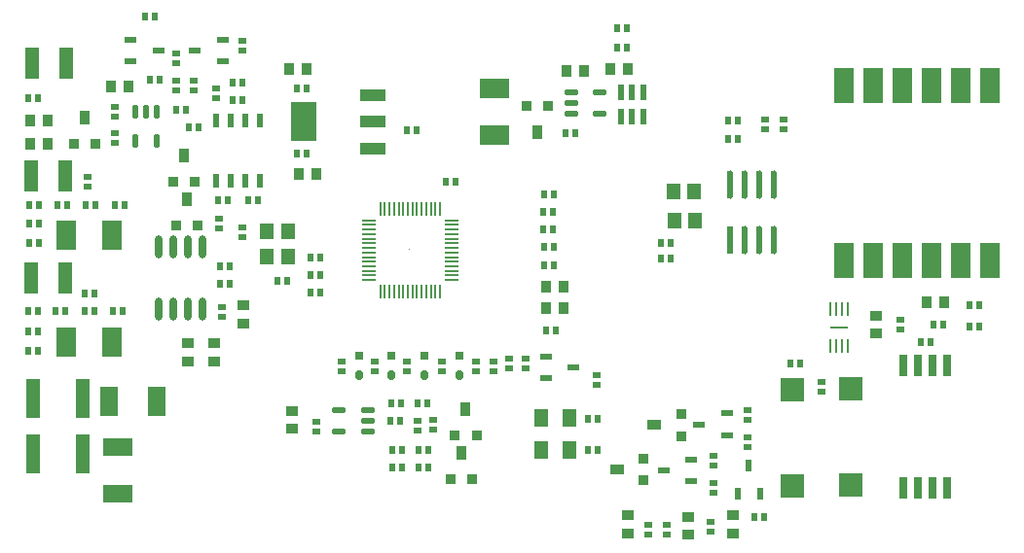
<source format=gtp>
G04*
G04 #@! TF.GenerationSoftware,Altium Limited,Altium Designer,20.0.2 (26)*
G04*
G04 Layer_Color=8421504*
%FSLAX25Y25*%
%MOIN*%
G70*
G01*
G75*
%ADD26R,0.02362X0.02559*%
%ADD27R,0.02165X0.05709*%
%ADD28R,0.02165X0.05709*%
%ADD29R,0.03598X0.03598*%
%ADD30R,0.03638X0.05000*%
G04:AMPARAMS|DCode=31|XSize=47.64mil|YSize=23.23mil|CornerRadius=5.81mil|HoleSize=0mil|Usage=FLASHONLY|Rotation=0.000|XOffset=0mil|YOffset=0mil|HoleType=Round|Shape=RoundedRectangle|*
%AMROUNDEDRECTD31*
21,1,0.04764,0.01161,0,0,0.0*
21,1,0.03602,0.02323,0,0,0.0*
1,1,0.01161,0.01801,-0.00581*
1,1,0.01161,-0.01801,-0.00581*
1,1,0.01161,-0.01801,0.00581*
1,1,0.01161,0.01801,0.00581*
%
%ADD31ROUNDEDRECTD31*%
%ADD32R,0.03661X0.03858*%
%ADD33R,0.09843X0.06693*%
%ADD34R,0.09843X0.06693*%
%ADD35R,0.04724X0.13465*%
%ADD36R,0.06299X0.09843*%
%ADD37R,0.02559X0.02362*%
G04:AMPARAMS|DCode=38|XSize=21.65mil|YSize=49.21mil|CornerRadius=1.95mil|HoleSize=0mil|Usage=FLASHONLY|Rotation=180.000|XOffset=0mil|YOffset=0mil|HoleType=Round|Shape=RoundedRectangle|*
%AMROUNDEDRECTD38*
21,1,0.02165,0.04532,0,0,180.0*
21,1,0.01776,0.04921,0,0,180.0*
1,1,0.00390,-0.00888,0.02266*
1,1,0.00390,0.00888,0.02266*
1,1,0.00390,0.00888,-0.02266*
1,1,0.00390,-0.00888,-0.02266*
%
%ADD38ROUNDEDRECTD38*%
%ADD39R,0.08661X0.13780*%
%ADD40R,0.08661X0.03937*%
%ADD41R,0.00100X0.00100*%
%ADD42R,0.05000X0.00700*%
%ADD43R,0.00700X0.05000*%
%ADD44R,0.04567X0.10709*%
%ADD45R,0.09843X0.06299*%
%ADD46R,0.03858X0.03661*%
%ADD47R,0.04567X0.05787*%
%ADD48R,0.07874X0.07874*%
%ADD49R,0.02331X0.09740*%
G04:AMPARAMS|DCode=50|XSize=97.4mil|YSize=23.31mil|CornerRadius=11.66mil|HoleSize=0mil|Usage=FLASHONLY|Rotation=90.000|XOffset=0mil|YOffset=0mil|HoleType=Round|Shape=RoundedRectangle|*
%AMROUNDEDRECTD50*
21,1,0.09740,0.00000,0,0,90.0*
21,1,0.07409,0.02331,0,0,90.0*
1,1,0.02331,0.00000,0.03705*
1,1,0.02331,0.00000,-0.03705*
1,1,0.02331,0.00000,-0.03705*
1,1,0.02331,0.00000,0.03705*
%
%ADD50ROUNDEDRECTD50*%
G04:AMPARAMS|DCode=51|XSize=47.64mil|YSize=23.23mil|CornerRadius=5.81mil|HoleSize=0mil|Usage=FLASHONLY|Rotation=270.000|XOffset=0mil|YOffset=0mil|HoleType=Round|Shape=RoundedRectangle|*
%AMROUNDEDRECTD51*
21,1,0.04764,0.01161,0,0,270.0*
21,1,0.03602,0.02323,0,0,270.0*
1,1,0.01161,-0.00581,-0.01801*
1,1,0.01161,-0.00581,0.01801*
1,1,0.01161,0.00581,0.01801*
1,1,0.01161,0.00581,-0.01801*
%
%ADD51ROUNDEDRECTD51*%
%ADD52O,0.02756X0.07874*%
%ADD53R,0.06693X0.09843*%
%ADD54R,0.06693X0.09843*%
%ADD55R,0.03598X0.03598*%
%ADD56R,0.05000X0.03638*%
%ADD57R,0.05118X0.05906*%
%ADD58R,0.03937X0.02362*%
%ADD59R,0.03150X0.07480*%
%ADD60R,0.07087X0.12000*%
%ADD61R,0.04724X0.05512*%
%ADD62R,0.02362X0.03937*%
G04:AMPARAMS|DCode=63|XSize=31.5mil|YSize=27.56mil|CornerRadius=0mil|HoleSize=0mil|Usage=FLASHONLY|Rotation=270.000|XOffset=0mil|YOffset=0mil|HoleType=Round|Shape=Octagon|*
%AMOCTAGOND63*
4,1,8,-0.00689,-0.01575,0.00689,-0.01575,0.01378,-0.00886,0.01378,0.00886,0.00689,0.01575,-0.00689,0.01575,-0.01378,0.00886,-0.01378,-0.00886,-0.00689,-0.01575,0.0*
%
%ADD63OCTAGOND63*%

%ADD64R,0.02756X0.03150*%
%ADD65R,0.06300X0.01000*%
%ADD66R,0.01000X0.05000*%
D26*
X247500Y-21000D02*
D03*
X250847D02*
D03*
X250847Y-14500D02*
D03*
X247500D02*
D03*
X229827Y-50500D02*
D03*
X233173D02*
D03*
X49114Y-125000D02*
D03*
X45768D02*
D03*
X119173Y-33000D02*
D03*
X115827D02*
D03*
X119173Y-39000D02*
D03*
X115827D02*
D03*
X141173Y-35000D02*
D03*
X137827D02*
D03*
X175327Y-49500D02*
D03*
X178673D02*
D03*
X137827Y-57500D02*
D03*
X141173D02*
D03*
X85827Y-10500D02*
D03*
X89173D02*
D03*
X49173Y-38500D02*
D03*
X45827D02*
D03*
X306653Y-129500D02*
D03*
X310000D02*
D03*
X222327Y-95833D02*
D03*
Y-89500D02*
D03*
X262327Y-88000D02*
D03*
X265673D02*
D03*
X78673Y-75000D02*
D03*
X75327D02*
D03*
X68673D02*
D03*
X65327D02*
D03*
X59000Y-75000D02*
D03*
X55654D02*
D03*
X49406D02*
D03*
X46059D02*
D03*
X237500Y-159000D02*
D03*
X240846D02*
D03*
X262327Y-93500D02*
D03*
X265673D02*
D03*
X237327Y-148500D02*
D03*
X240673D02*
D03*
X354673Y-122000D02*
D03*
X351327D02*
D03*
X78000Y-111500D02*
D03*
X74654D02*
D03*
X68347D02*
D03*
X65000D02*
D03*
X58500D02*
D03*
X55154D02*
D03*
X49173Y-111500D02*
D03*
X45827D02*
D03*
X121000Y-73500D02*
D03*
X124346D02*
D03*
X68500Y-105500D02*
D03*
X65153D02*
D03*
X110827Y-73500D02*
D03*
X114173D02*
D03*
X359173Y-116000D02*
D03*
X355827D02*
D03*
X173673Y-165000D02*
D03*
X170327D02*
D03*
X182846Y-159000D02*
D03*
X179500D02*
D03*
X104173Y-48500D02*
D03*
X100827D02*
D03*
X182500Y-143000D02*
D03*
X179154D02*
D03*
X179327Y-165000D02*
D03*
X182673D02*
D03*
X173673Y-159000D02*
D03*
X170327D02*
D03*
X173346Y-143000D02*
D03*
X170000D02*
D03*
X87327Y-32000D02*
D03*
X90673D02*
D03*
X99673Y-42500D02*
D03*
X96327D02*
D03*
X285327Y-46000D02*
D03*
X288673D02*
D03*
X368094Y-116820D02*
D03*
X371441D02*
D03*
X285327Y-52500D02*
D03*
X288673D02*
D03*
X368094Y-109505D02*
D03*
X371441D02*
D03*
X45768Y-118327D02*
D03*
X49114D02*
D03*
X46059Y-81500D02*
D03*
X49406D02*
D03*
X46059Y-88000D02*
D03*
X49406D02*
D03*
X142327Y-99000D02*
D03*
X145673D02*
D03*
X225500Y-77500D02*
D03*
X222153D02*
D03*
X225500Y-83315D02*
D03*
X222153D02*
D03*
X192173Y-67000D02*
D03*
X188827D02*
D03*
X134500Y-101000D02*
D03*
X131154D02*
D03*
X145673Y-93000D02*
D03*
X142327D02*
D03*
X222327Y-71500D02*
D03*
X225673D02*
D03*
X145673Y-105000D02*
D03*
X142327D02*
D03*
X223000Y-118000D02*
D03*
X226346D02*
D03*
X297673Y-182000D02*
D03*
X294327D02*
D03*
X225673Y-89500D02*
D03*
Y-95833D02*
D03*
X111500Y-96000D02*
D03*
X114847D02*
D03*
X114847Y-102000D02*
D03*
X111500D02*
D03*
X173173Y-149000D02*
D03*
X169827D02*
D03*
D27*
X256240Y-44732D02*
D03*
X252500D02*
D03*
X248760D02*
D03*
Y-36268D02*
D03*
X252500D02*
D03*
D28*
X256240Y-36268D02*
D03*
D29*
X223740Y-40874D02*
D03*
X216260D02*
D03*
X68740Y-54126D02*
D03*
X61260D02*
D03*
X95260Y-67126D02*
D03*
X102740D02*
D03*
X96260Y-82126D02*
D03*
X103740D02*
D03*
X190260Y-169126D02*
D03*
X197740D02*
D03*
X191760Y-154126D02*
D03*
X199240D02*
D03*
D30*
X220000Y-50126D02*
D03*
X65000Y-44874D02*
D03*
X99000Y-57874D02*
D03*
X100000Y-72874D02*
D03*
X194000Y-159874D02*
D03*
X195500Y-144874D02*
D03*
D31*
X241441Y-36260D02*
D03*
Y-43740D02*
D03*
X231559D02*
D03*
Y-40000D02*
D03*
Y-36260D02*
D03*
X161941Y-152740D02*
D03*
Y-149000D02*
D03*
Y-145260D02*
D03*
X152059D02*
D03*
Y-152740D02*
D03*
D32*
X229969Y-29000D02*
D03*
X236032D02*
D03*
X245000Y-28500D02*
D03*
X251063D02*
D03*
X134937D02*
D03*
X141000D02*
D03*
X144532Y-64500D02*
D03*
X138469D02*
D03*
X46295Y-54000D02*
D03*
X52358D02*
D03*
X46295Y-46000D02*
D03*
X52358D02*
D03*
X73968Y-34500D02*
D03*
X80032D02*
D03*
X353468Y-108500D02*
D03*
X359531D02*
D03*
X222969Y-103000D02*
D03*
X229031D02*
D03*
X229063Y-110500D02*
D03*
X223000D02*
D03*
D33*
X205500Y-35126D02*
D03*
D34*
Y-50874D02*
D03*
D35*
X64465Y-141500D02*
D03*
X47535D02*
D03*
Y-160500D02*
D03*
X64465D02*
D03*
D36*
X89610Y-142500D02*
D03*
X73390D02*
D03*
D37*
X96500Y-35846D02*
D03*
Y-32500D02*
D03*
X102500Y-32327D02*
D03*
Y-35673D02*
D03*
X110000Y-35000D02*
D03*
Y-38346D02*
D03*
X317500Y-135827D02*
D03*
Y-139173D02*
D03*
X164500Y-128827D02*
D03*
Y-132173D02*
D03*
X175500Y-128827D02*
D03*
Y-132173D02*
D03*
X344500Y-114327D02*
D03*
Y-117673D02*
D03*
X280500Y-173846D02*
D03*
Y-170500D02*
D03*
Y-164347D02*
D03*
Y-161000D02*
D03*
X240500Y-133327D02*
D03*
Y-136673D02*
D03*
X66000Y-68673D02*
D03*
Y-65327D02*
D03*
X292000Y-158173D02*
D03*
Y-154827D02*
D03*
X292000Y-148846D02*
D03*
Y-145500D02*
D03*
X111000Y-79827D02*
D03*
Y-83173D02*
D03*
X179000Y-149000D02*
D03*
Y-152347D02*
D03*
X184500Y-152173D02*
D03*
Y-148827D02*
D03*
X75500Y-53673D02*
D03*
Y-50327D02*
D03*
X96500Y-23000D02*
D03*
Y-26346D02*
D03*
X75500Y-44673D02*
D03*
Y-41327D02*
D03*
X119000Y-22000D02*
D03*
Y-18654D02*
D03*
X298000Y-45827D02*
D03*
Y-49173D02*
D03*
X304500Y-45827D02*
D03*
Y-49173D02*
D03*
X216000Y-131173D02*
D03*
Y-127827D02*
D03*
X153000Y-132173D02*
D03*
Y-128827D02*
D03*
X205000Y-132173D02*
D03*
Y-128827D02*
D03*
X210500Y-127827D02*
D03*
Y-131173D02*
D03*
X119000Y-86173D02*
D03*
Y-82827D02*
D03*
X279500Y-183827D02*
D03*
Y-187173D02*
D03*
X199000Y-132173D02*
D03*
Y-128827D02*
D03*
X187500Y-132173D02*
D03*
Y-128827D02*
D03*
X112000Y-110000D02*
D03*
Y-113347D02*
D03*
X144500Y-149327D02*
D03*
Y-152673D02*
D03*
X258000Y-188173D02*
D03*
Y-184827D02*
D03*
X264358Y-188142D02*
D03*
Y-184795D02*
D03*
D38*
X110000Y-66835D02*
D03*
X115000D02*
D03*
X120000D02*
D03*
X125000D02*
D03*
X110000Y-46165D02*
D03*
X115000D02*
D03*
X120000D02*
D03*
X125000D02*
D03*
D39*
X140189Y-46500D02*
D03*
D40*
X163811Y-37445D02*
D03*
Y-46500D02*
D03*
Y-55555D02*
D03*
D41*
X176500Y-90500D02*
D03*
D42*
X190700Y-80264D02*
D03*
Y-81839D02*
D03*
Y-83413D02*
D03*
Y-84988D02*
D03*
Y-86563D02*
D03*
Y-88138D02*
D03*
Y-89713D02*
D03*
Y-91287D02*
D03*
Y-92862D02*
D03*
Y-97587D02*
D03*
Y-99161D02*
D03*
Y-100736D02*
D03*
X162300D02*
D03*
Y-99161D02*
D03*
Y-97587D02*
D03*
Y-96012D02*
D03*
Y-94437D02*
D03*
Y-92862D02*
D03*
Y-91287D02*
D03*
Y-89713D02*
D03*
Y-88138D02*
D03*
Y-86563D02*
D03*
Y-84988D02*
D03*
Y-83413D02*
D03*
Y-81839D02*
D03*
Y-80264D02*
D03*
X190700Y-94437D02*
D03*
Y-96012D02*
D03*
D43*
X186736Y-104700D02*
D03*
X185161D02*
D03*
X183587D02*
D03*
X182012D02*
D03*
X180437D02*
D03*
X178862D02*
D03*
X177287D02*
D03*
X175713D02*
D03*
X174138D02*
D03*
X172563D02*
D03*
X170988D02*
D03*
X169413D02*
D03*
X167839D02*
D03*
X166264D02*
D03*
Y-76300D02*
D03*
X167839D02*
D03*
X169413D02*
D03*
X170988D02*
D03*
X172563D02*
D03*
X174138D02*
D03*
X175713D02*
D03*
X177287D02*
D03*
X178862D02*
D03*
X180437D02*
D03*
X182012D02*
D03*
X183587D02*
D03*
X185161D02*
D03*
X186736D02*
D03*
D44*
X46693Y-65000D02*
D03*
X58307D02*
D03*
X58807Y-26500D02*
D03*
X47193D02*
D03*
X46693Y-100000D02*
D03*
X58307D02*
D03*
D45*
X76500Y-157890D02*
D03*
Y-174110D02*
D03*
D46*
X100500Y-128532D02*
D03*
Y-122468D02*
D03*
X136000Y-151594D02*
D03*
Y-145531D02*
D03*
X109500Y-128532D02*
D03*
Y-122468D02*
D03*
X335935Y-112858D02*
D03*
Y-118921D02*
D03*
X287000Y-181468D02*
D03*
Y-187531D02*
D03*
X251000Y-181468D02*
D03*
Y-187531D02*
D03*
X271858Y-181937D02*
D03*
Y-188000D02*
D03*
X119321Y-109513D02*
D03*
Y-115576D02*
D03*
D47*
X267000Y-80500D02*
D03*
X274008D02*
D03*
X266823Y-70500D02*
D03*
X273831D02*
D03*
D48*
X307500Y-138337D02*
D03*
Y-171407D02*
D03*
X327500Y-138000D02*
D03*
Y-171070D02*
D03*
D49*
X286000Y-87024D02*
D03*
D50*
X291000D02*
D03*
X296000D02*
D03*
X301000D02*
D03*
Y-68000D02*
D03*
X296000D02*
D03*
X291000D02*
D03*
X286000D02*
D03*
D51*
X89740Y-52941D02*
D03*
X82260D02*
D03*
Y-43059D02*
D03*
X86000D02*
D03*
X89740D02*
D03*
D52*
X90400Y-110530D02*
D03*
X95400D02*
D03*
X100400D02*
D03*
X105400D02*
D03*
X90400Y-89270D02*
D03*
X95400D02*
D03*
X100400D02*
D03*
X105400D02*
D03*
D53*
X74374Y-85500D02*
D03*
X58626Y-122000D02*
D03*
D54*
Y-85500D02*
D03*
X74374Y-122000D02*
D03*
D55*
X256500Y-169500D02*
D03*
Y-162020D02*
D03*
X269252Y-154240D02*
D03*
Y-146760D02*
D03*
D56*
X247248Y-165760D02*
D03*
X260000Y-150500D02*
D03*
D57*
X231000Y-159000D02*
D03*
X221500D02*
D03*
X231000Y-148000D02*
D03*
X221500D02*
D03*
D58*
X272724Y-169740D02*
D03*
Y-162260D02*
D03*
X263276Y-166000D02*
D03*
X285000Y-153980D02*
D03*
Y-146500D02*
D03*
X275551Y-150240D02*
D03*
X80776Y-18260D02*
D03*
Y-25740D02*
D03*
X90224Y-22000D02*
D03*
X112224Y-25740D02*
D03*
Y-18260D02*
D03*
X102776Y-22000D02*
D03*
X223000Y-127000D02*
D03*
Y-134480D02*
D03*
X232449Y-130740D02*
D03*
D59*
X360500Y-171866D02*
D03*
X355500D02*
D03*
X350500D02*
D03*
X345500D02*
D03*
Y-130134D02*
D03*
X350500D02*
D03*
X355500D02*
D03*
X360500D02*
D03*
D60*
X375000Y-34000D02*
D03*
X365000D02*
D03*
X345000D02*
D03*
X335000D02*
D03*
X355000D02*
D03*
X325000D02*
D03*
Y-94000D02*
D03*
X355000D02*
D03*
X335000D02*
D03*
X345000D02*
D03*
X365000D02*
D03*
X375000D02*
D03*
D61*
X134740Y-84169D02*
D03*
Y-92831D02*
D03*
X127260D02*
D03*
Y-84169D02*
D03*
D62*
X288760Y-173949D02*
D03*
X296240D02*
D03*
X292500Y-164500D02*
D03*
D63*
X193500Y-133346D02*
D03*
X181500D02*
D03*
X170000D02*
D03*
X159000D02*
D03*
D64*
X193500Y-126654D02*
D03*
X181500D02*
D03*
X170000D02*
D03*
X159000D02*
D03*
D65*
X323500Y-117000D02*
D03*
D66*
X326453Y-123305D02*
D03*
X324484D02*
D03*
X322516D02*
D03*
X320547D02*
D03*
Y-110695D02*
D03*
X322516D02*
D03*
X324484D02*
D03*
X326453D02*
D03*
M02*

</source>
